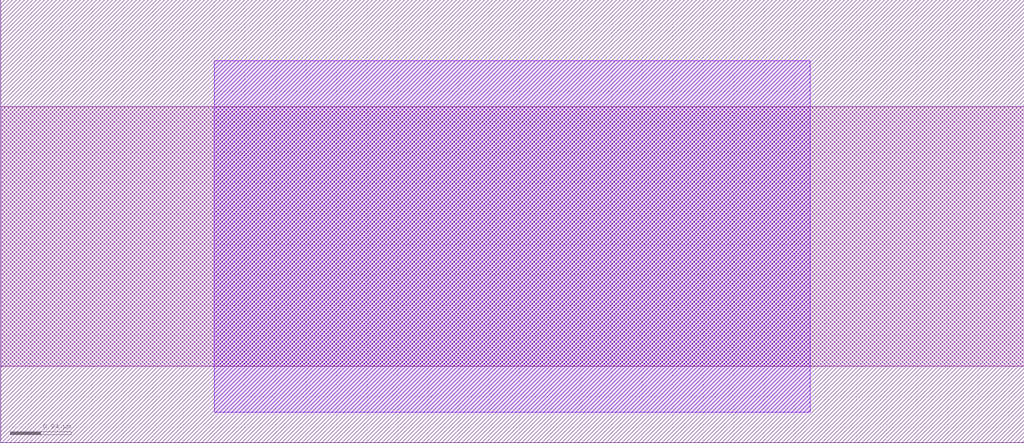
<source format=lef>
VERSION 5.7 ;
  NOWIREEXTENSIONATPIN ON ;
  DIVIDERCHAR "/" ;
  BUSBITCHARS "[]" ;
UNITS
  DATABASE MICRONS 200 ;
END UNITS

LAYER via2
  TYPE CUT ;
END via2

LAYER via
  TYPE CUT ;
END via

LAYER nwell
  TYPE MASTERSLICE ;
END nwell

LAYER via3
  TYPE CUT ;
END via3

LAYER pwell
  TYPE MASTERSLICE ;
END pwell

LAYER via4
  TYPE CUT ;
END via4

LAYER mcon
  TYPE CUT ;
END mcon

LAYER met6
  TYPE ROUTING ;
  WIDTH 0.030000 ;
  SPACING 0.040000 ;
  DIRECTION HORIZONTAL ;
END met6

LAYER met1
  TYPE ROUTING ;
  WIDTH 0.140000 ;
  SPACING 0.140000 ;
  DIRECTION HORIZONTAL ;
END met1

LAYER met3
  TYPE ROUTING ;
  WIDTH 0.300000 ;
  SPACING 0.300000 ;
  DIRECTION HORIZONTAL ;
END met3

LAYER met2
  TYPE ROUTING ;
  WIDTH 0.140000 ;
  SPACING 0.140000 ;
  DIRECTION HORIZONTAL ;
END met2

LAYER met4
  TYPE ROUTING ;
  WIDTH 0.300000 ;
  SPACING 0.300000 ;
  DIRECTION HORIZONTAL ;
END met4

LAYER met5
  TYPE ROUTING ;
  WIDTH 1.600000 ;
  SPACING 1.600000 ;
  DIRECTION HORIZONTAL ;
END met5

LAYER li1
  TYPE ROUTING ;
  WIDTH 0.170000 ;
  SPACING 0.170000 ;
  DIRECTION HORIZONTAL ;
END li1

MACRO sky130_hilas_nDiffThOxContact
  CLASS BLOCK ;
  FOREIGN sky130_hilas_nDiffThOxContact ;
  ORIGIN 0.260 -0.130 ;
  SIZE 0.670 BY 0.290 ;
  OBS
      LAYER li1 ;
        RECT -0.260 0.180 0.410 0.350 ;
      LAYER met1 ;
        RECT -0.120 0.150 0.270 0.380 ;
  END
END sky130_hilas_nDiffThOxContact
END LIBRARY


</source>
